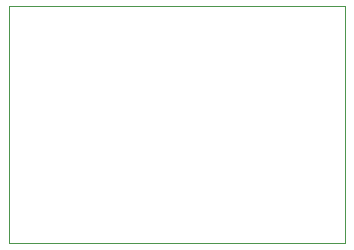
<source format=gbr>
%TF.GenerationSoftware,KiCad,Pcbnew,5.0.2+dfsg1-1*%
%TF.CreationDate,2021-04-27T11:46:40+02:00*%
%TF.ProjectId,eTprox,65547072-6f78-42e6-9b69-6361645f7063,v02*%
%TF.SameCoordinates,Original*%
%TF.FileFunction,Profile,NP*%
%FSLAX46Y46*%
G04 Gerber Fmt 4.6, Leading zero omitted, Abs format (unit mm)*
G04 Created by KiCad (PCBNEW 5.0.2+dfsg1-1) date mar. 27 avril 2021 11:46:40 CEST*
%MOMM*%
%LPD*%
G01*
G04 APERTURE LIST*
%ADD10C,0.100000*%
G04 APERTURE END LIST*
D10*
X60792000Y-57840000D02*
X89240000Y-57840000D01*
X60792000Y-77906000D02*
X89240000Y-77906000D01*
X60792000Y-57840000D02*
X60792000Y-77906000D01*
X89240000Y-57840000D02*
X89240000Y-77906000D01*
M02*

</source>
